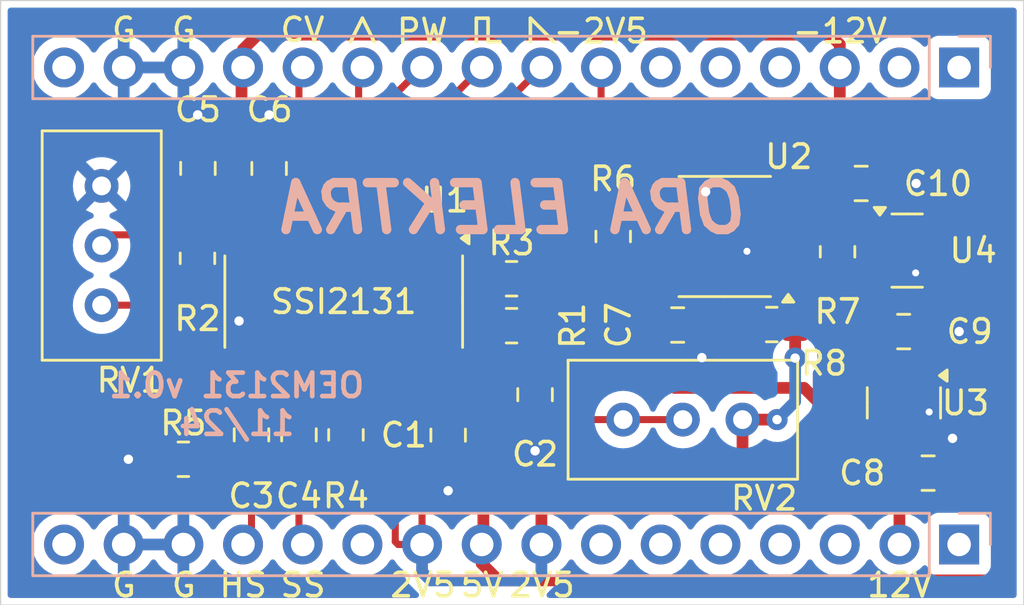
<source format=kicad_pcb>
(kicad_pcb (version 20240108) (generator "pcbnew") (generator_version "8.0")
  (layers (0 "F.Cu" signal) (31 "B.Cu" power) (34 "B.Paste" user) (35 "F.Paste" user) (36 "B.SilkS" user "B.Silkscreen") (37 "F.SilkS" user "F.Silkscreen") (38 "B.Mask" user) (39 "F.Mask" user) (44 "Edge.Cuts" user))
  (net 0 "")
  (net 1 "+5V")
  (net 2 "GND")
  (net 3 "Net-(C2-Pad2)")
  (net 4 "/HARD_SYNC")
  (net 5 "Net-(U1-HARD_SYNC)")
  (net 6 "/SOFT_SYNC")
  (net 7 "Net-(U1-SOFT_SYNC)")
  (net 8 "Net-(U1-TCAP)")
  (net 9 "-12V")
  (net 10 "+12V")
  (net 11 "Net-(U1-BW_COMP)")
  (net 12 "/EXPO_FREQ")
  (net 13 "Net-(R2-Pad2)")
  (net 14 "Net-(U1-EXPO_SCALE)")
  (net 15 "Net-(R3-Pad1)")
  (net 16 "+2V5")
  (net 17 "Net-(U1-LIN_FREQ)")
  (net 18 "-2V5")
  (net 19 "Net-(U2B--)")
  (net 20 "Net-(U2A-+)")
  (net 21 "Net-(U1-HF_TRACK)")
  (net 22 "/SAW_OUT")
  (net 23 "/PWM_CTRL")
  (net 24 "/PULSE_OUT")
  (net 25 "/TRI_OUT")
  (footprint "Capacitor_SMD:C_0805_2012Metric_Pad1.18x1.45mm_HandSolder" (layer "F.Cu") (at 124.13 86.3 90)
    (property "Reference" "C3" (at -2.6 0 180) (layer "F.SilkS") (effects (font (thickness 0.155))))
    (property "Value" "10n")
    (fp_line (start -0.261252 -0.735) (end 0.261252 -0.735) (stroke (width 0.12)) (layer "F.SilkS"))
    (fp_line (start -0.261252 0.735) (end 0.261252 0.735) (stroke (width 0.12)) (layer "F.SilkS"))
    (pad "1" smd roundrect (at -1.0375 0 90) (size 1.175 1.45) (layers "F.Cu" "F.Paste" "F.Mask") (roundrect_rratio 0.212766) (net 4 "/HARD_SYNC"))
    (pad "2" smd roundrect (at 1.0375 0 90) (size 1.175 1.45) (layers "F.Cu" "F.Paste" "F.Mask") (roundrect_rratio 0.212766) (net 5 "Net-(U1-HARD_SYNC)"))
  )
  (footprint "Resistor_SMD:R_0805_2012Metric_Pad1.20x1.40mm_HandSolder" (layer "F.Cu") (at 135.2 79.65 180)
    (property "Reference" "R3" (at 0 1.525 0) (layer "F.SilkS") (effects (font (thickness 0.155))))
    (property "Value" "22k1")
    (fp_line (start -0.227064 0.735) (end 0.227064 0.735) (stroke (width 0.12)) (layer "F.SilkS"))
    (fp_line (start -0.227064 -0.735) (end 0.227064 -0.735) (stroke (width 0.12)) (layer "F.SilkS"))
    (pad "1" smd roundrect (at -1 0 180) (size 1.2 1.4) (layers "F.Cu" "F.Paste" "F.Mask") (roundrect_rratio 0.208333) (net 15 "Net-(R3-Pad1)"))
    (pad "2" smd roundrect (at 1 0 180) (size 1.2 1.4) (layers "F.Cu" "F.Paste" "F.Mask") (roundrect_rratio 0.208333) (net 14 "Net-(U1-EXPO_SCALE)"))
  )
  (footprint "Capacitor_SMD:C_0805_2012Metric_Pad1.18x1.45mm_HandSolder" (layer "F.Cu") (at 150.08 75.59)
    (property "Reference" "C10" (at 3.27 0.01 0) (layer "F.SilkS") (effects (font (thickness 0.155))))
    (property "Value" "100n")
    (fp_line (start -0.261252 -0.735) (end 0.261252 -0.735) (stroke (width 0.12)) (layer "F.SilkS"))
    (fp_line (start -0.261252 0.735) (end 0.261252 0.735) (stroke (width 0.12)) (layer "F.SilkS"))
    (pad "1" smd roundrect (at -1.0375 0) (size 1.175 1.45) (layers "F.Cu" "F.Paste" "F.Mask") (roundrect_rratio 0.212766) (net 9 "-12V"))
    (pad "2" smd roundrect (at 1.0375 0) (size 1.175 1.45) (layers "F.Cu" "F.Paste" "F.Mask") (roundrect_rratio 0.212766) (net 2 "GND"))
  )
  (footprint "Resistor_SMD:R_0805_2012Metric_Pad1.20x1.40mm_HandSolder" (layer "F.Cu") (at 121.23 87.34 180)
    (property "Reference" "R5" (at 0 1.54 0) (layer "F.SilkS") (effects (font (thickness 0.155))))
    (property "Value" "10k")
    (fp_line (start -0.227064 0.735) (end 0.227064 0.735) (stroke (width 0.12)) (layer "F.SilkS"))
    (fp_line (start -0.227064 -0.735) (end 0.227064 -0.735) (stroke (width 0.12)) (layer "F.SilkS"))
    (pad "1" smd roundrect (at -1 0 180) (size 1.2 1.4) (layers "F.Cu" "F.Paste" "F.Mask") (roundrect_rratio 0.208333) (net 4 "/HARD_SYNC"))
    (pad "2" smd roundrect (at 1 0 180) (size 1.2 1.4) (layers "F.Cu" "F.Paste" "F.Mask") (roundrect_rratio 0.208333) (net 2 "GND"))
  )
  (footprint "Capacitor_SMD:C_0805_2012Metric_Pad1.18x1.45mm_HandSolder" (layer "F.Cu") (at 151.89 81.9)
    (property "Reference" "C9" (at 2.81 0 180) (layer "F.SilkS") (effects (font (thickness 0.155))))
    (property "Value" "10u")
    (fp_line (start -0.261252 -0.735) (end 0.261252 -0.735) (stroke (width 0.12)) (layer "F.SilkS"))
    (fp_line (start -0.261252 0.735) (end 0.261252 0.735) (stroke (width 0.12)) (layer "F.SilkS"))
    (pad "1" smd roundrect (at -1.0375 0) (size 1.175 1.45) (layers "F.Cu" "F.Paste" "F.Mask") (roundrect_rratio 0.212766) (net 1 "+5V"))
    (pad "2" smd roundrect (at 1.0375 0) (size 1.175 1.45) (layers "F.Cu" "F.Paste" "F.Mask") (roundrect_rratio 0.212766) (net 2 "GND"))
  )
  (footprint "Resistor_SMD:R_0805_2012Metric_Pad1.20x1.40mm_HandSolder" (layer "F.Cu") (at 121.83 78.78 90)
    (property "Reference" "R2" (at -2.57 0 180) (layer "F.SilkS") (effects (font (thickness 0.155))))
    (property "Value" "267k")
    (fp_line (start -0.227064 -0.735) (end 0.227064 -0.735) (stroke (width 0.12)) (layer "F.SilkS"))
    (fp_line (start -0.227064 0.735) (end 0.227064 0.735) (stroke (width 0.12)) (layer "F.SilkS"))
    (pad "1" smd roundrect (at -1 0 90) (size 1.2 1.4) (layers "F.Cu" "F.Paste" "F.Mask") (roundrect_rratio 0.208333) (net 12 "/EXPO_FREQ"))
    (pad "2" smd roundrect (at 1 0 90) (size 1.2 1.4) (layers "F.Cu" "F.Paste" "F.Mask") (roundrect_rratio 0.208333) (net 13 "Net-(R2-Pad2)"))
  )
  (footprint "Potentiometer_THT:Potentiometer_Bourns_3296W_Vertical" (layer "F.Cu") (at 145.03 85.65)
    (property "Reference" "RV2" (at 0.92 3.35 0) (layer "F.SilkS") (effects (font (thickness 0.155))))
    (property "Value" "5k")
    (fp_line (start -7.425 -2.53) (end -7.425 2.54) (stroke (width 0.12)) (layer "F.SilkS"))
    (fp_line (start -7.425 -2.53) (end 2.345 -2.53) (stroke (width 0.12)) (layer "F.SilkS"))
    (fp_line (start -7.425 2.54) (end 2.345 2.54) (stroke (width 0.12)) (layer "F.SilkS"))
    (fp_line (start 2.345 -2.53) (end 2.345 2.54) (stroke (width 0.12)) (layer "F.SilkS"))
    (pad "1" thru_hole circle (at 0 0) (size 1.44 1.44) (drill 0.8) (layers "*.Cu" "*.Mask") (net 16 "+2V5"))
    (pad "2" thru_hole circle (at -2.54 0) (size 1.44 1.44) (drill 0.8) (layers "*.Cu" "*.Mask") (net 15 "Net-(R3-Pad1)"))
    (pad "3" thru_hole circle (at -5.08 0) (size 1.44 1.44) (drill 0.8) (layers "*.Cu" "*.Mask") (net 15 "Net-(R3-Pad1)"))
  )
  (footprint "Resistor_SMD:R_0805_2012Metric_Pad1.20x1.40mm_HandSolder" (layer "F.Cu") (at 128.15 86.3 90)
    (property "Reference" "R4" (at -2.6 0 180) (layer "F.SilkS") (effects (font (thickness 0.155))))
    (property "Value" "499k")
    (fp_line (start -0.227064 -0.735) (end 0.227064 -0.735) (stroke (width 0.12)) (layer "F.SilkS"))
    (fp_line (start -0.227064 0.735) (end 0.227064 0.735) (stroke (width 0.12)) (layer "F.SilkS"))
    (pad "1" smd roundrect (at -1 0 90) (size 1.2 1.4) (layers "F.Cu" "F.Paste" "F.Mask") (roundrect_rratio 0.208333) (net 16 "+2V5"))
    (pad "2" smd roundrect (at 1 0 90) (size 1.2 1.4) (layers "F.Cu" "F.Paste" "F.Mask") (roundrect_rratio 0.208333) (net 17 "Net-(U1-LIN_FREQ)"))
  )
  (footprint "Capacitor_SMD:C_0805_2012Metric_Pad1.18x1.45mm_HandSolder" (layer "F.Cu") (at 124.88 74.9525 -90)
    (property "Reference" "C6" (at -2.5025 -0.02 0) (layer "F.SilkS") (effects (font (thickness 0.155))))
    (property "Value" "100n")
    (fp_line (start -0.261252 0.735) (end 0.261252 0.735) (stroke (width 0.12)) (layer "F.SilkS"))
    (fp_line (start -0.261252 -0.735) (end 0.261252 -0.735) (stroke (width 0.12)) (layer "F.SilkS"))
    (pad "1" smd roundrect (at -1.0375 0 270) (size 1.175 1.45) (layers "F.Cu" "F.Paste" "F.Mask") (roundrect_rratio 0.212766) (net 2 "GND"))
    (pad "2" smd roundrect (at 1.0375 0 270) (size 1.175 1.45) (layers "F.Cu" "F.Paste" "F.Mask") (roundrect_rratio 0.212766) (net 9 "-12V"))
  )
  (footprint "Capacitor_SMD:C_0805_2012Metric_Pad1.18x1.45mm_HandSolder" (layer "F.Cu") (at 121.85 74.95 90)
    (property "Reference" "C5" (at 2.5 0 0) (layer "F.SilkS") (effects (font (thickness 0.155))))
    (property "Value" "3n9")
    (fp_line (start -0.261252 -0.735) (end 0.261252 -0.735) (stroke (width 0.12)) (layer "F.SilkS"))
    (fp_line (start -0.261252 0.735) (end 0.261252 0.735) (stroke (width 0.12)) (layer "F.SilkS"))
    (pad "1" smd roundrect (at -1.0375 0 90) (size 1.175 1.45) (layers "F.Cu" "F.Paste" "F.Mask") (roundrect_rratio 0.212766) (net 8 "Net-(U1-TCAP)"))
    (pad "2" smd roundrect (at 1.0375 0 90) (size 1.175 1.45) (layers "F.Cu" "F.Paste" "F.Mask") (roundrect_rratio 0.212766) (net 2 "GND"))
  )
  (footprint "Package_TO_SOT_SMD:SOT-23" (layer "F.Cu") (at 151.9 84.9375 -90)
    (property "Reference" "U3" (at 0.0025 -2.62 180) (layer "F.SilkS") (effects (font (thickness 0.155))))
    (property "Value" "ZXTR2105F")
    (fp_line (start 0 1.56) (end -0.65 1.56) (stroke (width 0.12)) (layer "F.SilkS"))
    (fp_line (start 0 1.56) (end 0.65 1.56) (stroke (width 0.12)) (layer "F.SilkS"))
    (fp_line (start 0 -1.56) (end -0.65 -1.56) (stroke (width 0.12)) (layer "F.SilkS"))
    (fp_line (start 0 -1.56) (end 0.65 -1.56) (stroke (width 0.12)) (layer "F.SilkS"))
    (fp_poly (pts (xy -1.1625 -1.51) (xy -1.4025 -1.84) (xy -0.9225 -1.84) (xy -1.1625 -1.51)) (stroke (width 0.12)) (fill solid) (layer "F.SilkS"))
    (pad "1" smd roundrect (at -0.9375 -0.95 270) (size 1.475 0.6) (layers "F.Cu" "F.Paste" "F.Mask") (net 2 "GND"))
    (pad "2" smd roundrect (at -0.9375 0.95 270) (size 1.475 0.6) (layers "F.Cu" "F.Paste" "F.Mask") (net 1 "+5V"))
    (pad "3" smd roundrect (at 0.9375 0 270) (size 1.475 0.6) (layers "F.Cu" "F.Paste" "F.Mask") (net 10 "+12V"))
  )
  (footprint "Capacitor_SMD:C_0805_2012Metric_Pad1.18x1.45mm_HandSolder" (layer "F.Cu") (at 132.5 86.3125 -90)
    (property "Reference" "C1" (at -0.0025 1.89 180) (layer "F.SilkS") (effects (font (thickness 0.155))))
    (property "Value" "100n")
    (fp_line (start -0.261252 0.735) (end 0.261252 0.735) (stroke (width 0.12)) (layer "F.SilkS"))
    (fp_line (start -0.261252 -0.735) (end 0.261252 -0.735) (stroke (width 0.12)) (layer "F.SilkS"))
    (pad "1" smd roundrect (at -1.0375 0 270) (size 1.175 1.45) (layers "F.Cu" "F.Paste" "F.Mask") (roundrect_rratio 0.212766) (net 1 "+5V"))
    (pad "2" smd roundrect (at 1.0375 0 270) (size 1.175 1.45) (layers "F.Cu" "F.Paste" "F.Mask") (roundrect_rratio 0.212766) (net 2 "GND"))
  )
  (footprint "Capacitor_SMD:C_0805_2012Metric_Pad1.18x1.45mm_HandSolder" (layer "F.Cu") (at 126.15 86.3 -90)
    (property "Reference" "C4" (at 2.6 0 180) (layer "F.SilkS") (effects (font (thickness 0.155))))
    (property "Value" "10n")
    (fp_line (start -0.261252 0.735) (end 0.261252 0.735) (stroke (width 0.12)) (layer "F.SilkS"))
    (fp_line (start -0.261252 -0.735) (end 0.261252 -0.735) (stroke (width 0.12)) (layer "F.SilkS"))
    (pad "1" smd roundrect (at -1.0375 0 270) (size 1.175 1.45) (layers "F.Cu" "F.Paste" "F.Mask") (roundrect_rratio 0.212766) (net 7 "Net-(U1-SOFT_SYNC)"))
    (pad "2" smd roundrect (at 1.0375 0 270) (size 1.175 1.45) (layers "F.Cu" "F.Paste" "F.Mask") (roundrect_rratio 0.212766) (net 6 "/SOFT_SYNC"))
  )
  (footprint "Resistor_SMD:R_0805_2012Metric_Pad1.20x1.40mm_HandSolder" (layer "F.Cu") (at 135.2 81.65 180)
    (property "Reference" "R1" (at -2.6 0 90) (layer "F.SilkS") (effects (font (thickness 0.155))))
    (property "Value" "267R")
    (fp_line (start -0.227064 0.735) (end 0.227064 0.735) (stroke (width 0.12)) (layer "F.SilkS"))
    (fp_line (start -0.227064 -0.735) (end 0.227064 -0.735) (stroke (width 0.12)) (layer "F.SilkS"))
    (pad "1" smd roundrect (at -1 0 180) (size 1.2 1.4) (layers "F.Cu" "F.Paste" "F.Mask") (roundrect_rratio 0.208333) (net 3 "Net-(C2-Pad2)"))
    (pad "2" smd roundrect (at 1 0 180) (size 1.2 1.4) (layers "F.Cu" "F.Paste" "F.Mask") (roundrect_rratio 0.208333) (net 11 "Net-(U1-BW_COMP)"))
  )
  (footprint "Resistor_SMD:R_0805_2012Metric_Pad1.20x1.40mm_HandSolder" (layer "F.Cu") (at 149.075 78.5 90)
    (property "Reference" "R7" (at -2.55 0 180) (layer "F.SilkS") (effects (font (thickness 0.155))))
    (property "Value" "267R")
    (fp_line (start -0.227064 -0.735) (end 0.227064 -0.735) (stroke (width 0.12)) (layer "F.SilkS"))
    (fp_line (start -0.227064 0.735) (end 0.227064 0.735) (stroke (width 0.12)) (layer "F.SilkS"))
    (pad "1" smd roundrect (at -1 0 90) (size 1.2 1.4) (layers "F.Cu" "F.Paste" "F.Mask") (roundrect_rratio 0.208333) (net 1 "+5V"))
    (pad "2" smd roundrect (at 1 0 90) (size 1.2 1.4) (layers "F.Cu" "F.Paste" "F.Mask") (roundrect_rratio 0.208333) (net 20 "Net-(U2A-+)"))
  )
  (footprint "Resistor_SMD:R_0805_2012Metric_Pad1.20x1.40mm_HandSolder" (layer "F.Cu") (at 139.525 77.85 -90)
    (property "Reference" "R6" (at -2.45 0 180) (layer "F.SilkS") (effects (font (thickness 0.155))))
    (property "Value" "10k")
    (fp_line (start -0.227064 0.735) (end 0.227064 0.735) (stroke (width 0.12)) (layer "F.SilkS"))
    (fp_line (start -0.227064 -0.735) (end 0.227064 -0.735) (stroke (width 0.12)) (layer "F.SilkS"))
    (pad "1" smd roundrect (at -1 0 270) (size 1.2 1.4) (layers "F.Cu" "F.Paste" "F.Mask") (roundrect_rratio 0.208333) (net 19 "Net-(U2B--)"))
    (pad "2" smd roundrect (at 1 0 270) (size 1.2 1.4) (layers "F.Cu" "F.Paste" "F.Mask") (roundrect_rratio 0.208333) (net 18 "-2V5"))
  )
  (footprint "Capacitor_SMD:C_0805_2012Metric_Pad1.18x1.45mm_HandSolder" (layer "F.Cu") (at 142.27 81.62)
    (property "Reference" "C7" (at -2.52 0.005 90) (layer "F.SilkS") (effects (font (thickness 0.155))))
    (property "Value" "100n")
    (fp_line (start -0.261252 -0.735) (end 0.261252 -0.735) (stroke (width 0.12)) (layer "F.SilkS"))
    (fp_line (start -0.261252 0.735) (end 0.261252 0.735) (stroke (width 0.12)) (layer "F.SilkS"))
    (pad "1" smd roundrect (at -1.0375 0) (size 1.175 1.45) (layers "F.Cu" "F.Paste" "F.Mask") (roundrect_rratio 0.212766) (net 10 "+12V"))
    (pad "2" smd roundrect (at 1.0375 0) (size 1.175 1.45) (layers "F.Cu" "F.Paste" "F.Mask") (roundrect_rratio 0.212766) (net 2 "GND"))
  )
  (footprint "Capacitor_SMD:C_0805_2012Metric_Pad1.18x1.45mm_HandSolder" (layer "F.Cu") (at 152.93 87.93)
    (property "Reference" "C8" (at -2.805 -0.005 180) (layer "F.SilkS") (effects (font (thickness 0.155))))
    (property "Value" "1u")
    (fp_line (start -0.261252 -0.735) (end 0.261252 -0.735) (stroke (width 0.12)) (layer "F.SilkS"))
    (fp_line (start -0.261252 0.735) (end 0.261252 0.735) (stroke (width 0.12)) (layer "F.SilkS"))
    (pad "1" smd roundrect (at -1.0375 0) (size 1.175 1.45) (layers "F.Cu" "F.Paste" "F.Mask") (roundrect_rratio 0.212766) (net 10 "+12V"))
    (pad "2" smd roundrect (at 1.0375 0) (size 1.175 1.45) (layers "F.Cu" "F.Paste" "F.Mask") (roundrect_rratio 0.212766) (net 2 "GND"))
  )
  (footprint "Capacitor_SMD:C_0805_2012Metric_Pad1.18x1.45mm_HandSolder" (layer "F.Cu") (at 136.2 84.5875 90)
    (property "Reference" "C2" (at -2.5375 0 180) (layer "F.SilkS") (effects (font (thickness 0.155))))
    (property "Value" "100n")
    (fp_line (start -0.261252 -0.735) (end 0.261252 -0.735) (stroke (width 0.12)) (layer "F.SilkS"))
    (fp_line (start -0.261252 0.735) (end 0.261252 0.735) (stroke (width 0.12)) (layer "F.SilkS"))
    (pad "1" smd roundrect (at -1.0375 0 90) (size 1.175 1.45) (layers "F.Cu" "F.Paste" "F.Mask") (roundrect_rratio 0.212766) (net 2 "GND"))
    (pad "2" smd roundrect (at 1.0375 0 90) (size 1.175 1.45) (layers "F.Cu" "F.Paste" "F.Mask") (roundrect_rratio 0.212766) (net 3 "Net-(C2-Pad2)"))
  )
  (footprint "Potentiometer_THT:Potentiometer_Bourns_3296W_Vertical" (layer "F.Cu") (at 117.75 75.695 90)
    (property "Reference" "RV1" (at -8.28 1.2 180) (layer "F.SilkS") (effects (font (thickness 0.155))))
    (property "Value" "5k")
    (fp_line (start 2.345 -2.53) (end 2.345 2.54) (stroke (width 0.12)) (layer "F.SilkS"))
    (fp_line (start -7.425 -2.53) (end 2.345 -2.53) (stroke (width 0.12)) (layer "F.SilkS"))
    (fp_line (start -7.425 -2.53) (end -7.425 2.54) (stroke (width 0.12)) (layer "F.SilkS"))
    (fp_line (start -7.425 2.54) (end 2.345 2.54) (stroke (width 0.12)) (layer "F.SilkS"))
    (pad "1" thru_hole circle (at 0 0 90) (size 1.44 1.44) (drill 0.8) (layers "*.Cu" "*.Mask") (net 2 "GND"))
    (pad "2" thru_hole circle (at -2.54 0 90) (size 1.44 1.44) (drill 0.8) (layers "*.Cu" "*.Mask") (net 13 "Net-(R2-Pad2)"))
    (pad "3" thru_hole circle (at -5.08 0 90) (size 1.44 1.44) (drill 0.8) (layers "*.Cu" "*.Mask") (net 21 "Net-(U1-HF_TRACK)"))
  )
  (footprint "Package_TO_SOT_SMD:SOT-23" (layer "F.Cu") (at 152.0375 78.45)
    (property "Reference" "U4" (at 2.8125 0 180) (layer "F.SilkS") (effects (font (thickness 0.155))))
    (property "Value" "LM4040C-2.5")
    (fp_line (start 0 -1.56) (end -0.65 -1.56) (stroke (width 0.12)) (layer "F.SilkS"))
    (fp_line (start 0 -1.56) (end 0.65 -1.56) (stroke (width 0.12)) (layer "F.SilkS"))
    (fp_line (start 0 1.56) (end -0.65 1.56) (stroke (width 0.12)) (layer "F.SilkS"))
    (fp_line (start 0 1.56) (end 0.65 1.56) (stroke (width 0.12)) (layer "F.SilkS"))
    (fp_poly (pts (xy -1.1625 -1.51) (xy -1.4025 -1.84) (xy -0.9225 -1.84) (xy -1.1625 -1.51)) (stroke (width 0.12)) (fill solid) (layer "F.SilkS"))
    (pad "1" smd roundrect (at -0.9375 -0.95) (size 1.475 0.6) (layers "F.Cu" "F.Paste" "F.Mask") (net 20 "Net-(U2A-+)"))
    (pad "2" smd roundrect (at -0.9375 0.95) (size 1.475 0.6) (layers "F.Cu" "F.Paste" "F.Mask") (net 2 "GND"))
    (pad "3" smd roundrect (at 0.9375 0) (size 1.475 0.6) (layers "F.Cu" "F.Paste" "F.Mask"))
  )
  (footprint "Package_SO:SOIC-8_3.9x4.9mm_P1.27mm" (layer "F.Cu") (at 144.275 77.85 180)
    (property "Reference" "U2" (at -2.725 3.4 180) (layer "F.SilkS") (effects (font (thickness 0.155))))
    (property "Value" "OPA2277")
    (fp_line (start 0 2.56) (end 1.95 2.56) (stroke (width 0.12)) (layer "F.SilkS"))
    (fp_line (start 0 2.56) (end -1.95 2.56) (stroke (width 0.12)) (layer "F.SilkS"))
    (fp_line (start 0 -2.56) (end 1.95 -2.56) (stroke (width 0.12)) (layer "F.SilkS"))
    (fp_line (start 0 -2.56) (end -1.95 -2.56) (stroke (width 0.12)) (layer "F.SilkS"))
    (fp_poly (pts (xy -2.7 -2.465) (xy -2.94 -2.795) (xy -2.46 -2.795) (xy -2.7 -2.465)) (stroke (width 0.12)) (fill solid) (layer "F.SilkS"))
    (pad "1" smd roundrect (at -2.475 -1.905 180) (size 1.95 0.6) (layers "F.Cu" "F.Paste" "F.Mask") (net 16 "+2V5"))
    (pad "2" smd roundrect (at -2.475 -0.635 180) (size 1.95 0.6) (layers "F.Cu" "F.Paste" "F.Mask") (net 2 "GND"))
    (pad "3" smd roundrect (at -2.475 0.635 180) (size 1.95 0.6) (layers "F.Cu" "F.Paste" "F.Mask") (net 20 "Net-(U2A-+)"))
    (pad "4" smd roundrect (at -2.475 1.905 180) (size 1.95 0.6) (layers "F.Cu" "F.Paste" "F.Mask") (net 9 "-12V"))
    (pad "5" smd roundrect (at 2.475 1.905 180) (size 1.95 0.6) (layers "F.Cu" "F.Paste" "F.Mask") (net 2 "GND"))
    (pad "6" smd roundrect (at 2.475 0.635 180) (size 1.95 0.6) (layers "F.Cu" "F.Paste" "F.Mask") (net 19 "Net-(U2B--)"))
    (pad "7" smd roundrect (at 2.475 -0.635 180) (size 1.95 0.6) (layers "F.Cu" "F.Paste" "F.Mask") (net 18 "-2V5"))
    (pad "8" smd roundrect (at 2.475 -1.905 180) (size 1.95 0.6) (layers "F.Cu" "F.Paste" "F.Mask") (net 10 "+12V"))
  )
  (footprint "Package_SO:SOIC-16_3.9x9.9mm_P1.27mm" (layer "F.Cu") (at 128.055 80.625 -90)
    (property "Reference" "U1" (at -4.325 -4.295 180) (layer "F.SilkS") (effects (font (thickness 0.153))))
    (property "Value" "SSI2131")
    (fp_line (start 0 5.06) (end -1.95 5.06) (stroke (width 0.12)) (layer "F.SilkS"))
    (fp_line (start 0 5.06) (end 1.95 5.06) (stroke (width 0.12)) (layer "F.SilkS"))
    (fp_line (start 0 -5.06) (end -1.95 -5.06) (stroke (width 0.12)) (layer "F.SilkS"))
    (fp_line (start 0 -5.06) (end 1.95 -5.06) (stroke (width 0.12)) (layer "F.SilkS"))
    (fp_poly (pts (xy -2.7 -5.005) (xy -2.94 -5.335) (xy -2.46 -5.335) (xy -2.7 -5.005)) (stroke (width 0.12)) (fill solid) (layer "F.SilkS"))
    (pad "1" smd roundrect (at -2.475 -4.445 270) (size 1.95 0.6) (layers "F.Cu" "F.Paste" "F.Mask") (net 22 "/SAW_OUT"))
    (pad "2" smd roundrect (at -2.475 -3.175 270) (size 1.95 0.6) (layers "F.Cu" "F.Paste" "F.Mask") (net 24 "/PULSE_OUT"))
    (pad "3" smd roundrect (at -2.475 -1.905 270) (size 1.95 0.6) (layers "F.Cu" "F.Paste" "F.Mask") (net 23 "/PWM_CTRL"))
    (pad "4" smd roundrect (at -2.475 -0.635 270) (size 1.95 0.6) (layers "F.Cu" "F.Paste" "F.Mask") (net 25 "/TRI_OUT"))
    (pad "5" smd roundrect (at -2.475 0.635 270) (size 1.95 0.6) (layers "F.Cu" "F.Paste" "F.Mask") (net 21 "Net-(U1-HF_TRACK)"))
    (pad "6" smd roundrect (at -2.475 1.905 270) (size 1.95 0.6) (layers "F.Cu" "F.Paste" "F.Mask") (net 12 "/EXPO_FREQ"))
    (pad "7" smd roundrect (at -2.475 3.175 270) (size 1.95 0.6) (layers "F.Cu" "F.Paste" "F.Mask") (net 9 "-12V"))
    (pad "8" smd roundrect (at -2.475 4.445 270) (size 1.95 0.6) (layers "F.Cu" "F.Paste" "F.Mask") (net 8 "Net-(U1-TCAP)"))
    (pad "9" smd roundrect (at 2.475 4.445 270) (size 1.95 0.6) (layers "F.Cu" "F.Paste" "F.Mask") (net 2 "GND"))
    (pad "10" smd roundrect (at 2.475 3.175 270) (size 1.95 0.6) (layers "F.Cu" "F.Paste" "F.Mask") (net 5 "Net-(U1-HARD_SYNC)"))
    (pad "11" smd roundrect (at 2.475 1.905 270) (size 1.95 0.6) (layers "F.Cu" "F.Paste" "F.Mask") (net 7 "Net-(U1-SOFT_SYNC)"))
    (pad "12" smd roundrect (at 2.475 0.635 270) (size 1.95 0.6) (layers "F.Cu" "F.Paste" "F.Mask") (net 17 "Net-(U1-LIN_FREQ)"))
    (pad "13" smd roundrect (at 2.475 -0.635 270) (size 1.95 0.6) (layers "F.Cu" "F.Paste" "F.Mask") (net 14 "Net-(U1-EXPO_SCALE)"))
    (pad "14" smd roundrect (at 2.475 -1.905 270) (size 1.95 0.6) (layers "F.Cu" "F.Paste" "F.Mask") (net 16 "+2V5"))
    (pad "15" smd roundrect (at 2.475 -3.175 270) (size 1.95 0.6) (layers "F.Cu" "F.Paste" "F.Mask") (net 11 "Net-(U1-BW_COMP)"))
    (pad "16" smd roundrect (at 2.475 -4.445 270) (size 1.95 0.6) (layers "F.Cu" "F.Paste" "F.Mask") (net 1 "+5V"))
  )
  (footprint "Resistor_SMD:R_0805_2012Metric_Pad1.20x1.40mm_HandSolder" (layer "F.Cu") (at 146.275 81.6 180)
    (property "Reference" "R8" (at -2.225 -1.65 180) (layer "F.SilkS") (effects (font (thickness 0.155))))
    (property "Value" "10k")
    (fp_line (start -0.227064 0.735) (end 0.227064 0.735) (stroke (width 0.12)) (layer "F.SilkS"))
    (fp_line (start -0.227064 -0.735) (end 0.227064 -0.735) (stroke (width 0.12)) (layer "F.SilkS"))
    (pad "1" smd roundrect (at -1 0 180) (size 1.2 1.4) (layers "F.Cu" "F.Paste" "F.Mask") (roundrect_rratio 0.208333) (net 16 "+2V5"))
    (pad "2" smd roundrect (at 1 0 180) (size 1.2 1.4) (layers "F.Cu" "F.Paste" "F.Mask") (roundrect_rratio 0.208333) (net 19 "Net-(U2B--)"))
  )
  (footprint "Connector_PinSocket_2.54mm:PinSocket_1x16_P2.54mm_Vertical" (layer "B.Cu") (at 154.25 70.65 90)
    (property "Reference" "J1" (hide yes))
    (property "Value" "Conn_01x16_Socket")
    (fp_line (start 1.33 -39.43) (end -1.33 -39.43) (stroke (width 0.12)) (layer "B.SilkS"))
    (fp_line (start 1.33 -39.43) (end 1.33 -1.27) (stroke (width 0.12)) (layer "B.SilkS"))
    (fp_line (start -1.33 -39.43) (end -1.33 -1.27) (stroke (width 0.12)) (layer "B.SilkS"))
    (fp_line (start 1.33 -1.27) (end -1.33 -1.27) (stroke (width 0.12)) (layer "B.SilkS"))
    (fp_line (start 1.33 0) (end 1.33 1.33) (stroke (width 0.12)) (layer "B.SilkS"))
    (fp_line (start 1.33 1.33) (end 0 1.33) (stroke (width 0.12)) (layer "B.SilkS"))
    (pad "1" thru_hole rect (at 0 0 90) (size 1.7 1.7) (drill 1) (layers "*.Cu" "*.Mask"))
    (pad "2" thru_hole oval (at 0 -2.54 90) (size 1.7 1.7) (drill 1) (layers "*.Cu" "*.Mask"))
    (pad "3" thru_hole oval (at 0 -5.08 90) (size 1.7 1.7) (drill 1) (layers "*.Cu" "*.Mask") (net 9 "-12V"))
    (pad "4" thru_hole oval (at 0 -7.62 90) (size 1.7 1.7) (drill 1) (layers "*.Cu" "*.Mask"))
    (pad "5" thru_hole oval (at 0 -10.16 90) (size 1.7 1.7) (drill 1) (layers "*.Cu" "*.Mask"))
    (pad "6" thru_hole oval (at 0 -12.7 90) (size 1.7 1.7) (drill 1) (layers "*.Cu" "*.Mask"))
    (pad "7" thru_hole oval (at 0 -15.24 90) (size 1.7 1.7) (drill 1) (layers "*.Cu" "*.Mask") (net 18 "-2V5"))
    (pad "8" thru_hole oval (at 0 -17.78 90) (size 1.7 1.7) (drill 1) (layers "*.Cu" "*.Mask") (net 22 "/SAW_OUT"))
    (pad "9" thru_hole oval (at 0 -20.32 90) (size 1.7 1.7) (drill 1) (layers "*.Cu" "*.Mask") (net 24 "/PULSE_OUT"))
    (pad "10" thru_hole oval (at 0 -22.86 90) (size 1.7 1.7) (drill 1) (layers "*.Cu" "*.Mask") (net 23 "/PWM_CTRL"))
    (pad "11" thru_hole oval (at 0 -25.4 90) (size 1.7 1.7) (drill 1) (layers "*.Cu" "*.Mask") (net 25 "/TRI_OUT"))
    (pad "12" thru_hole oval (at 0 -27.94 90) (size 1.7 1.7) (drill 1) (layers "*.Cu" "*.Mask") (net 12 "/EXPO_FREQ"))
    (pad "13" thru_hole oval (at 0 -30.48 90) (size 1.7 1.7) (drill 1) (layers "*.Cu" "*.Mask") (net 9 "-12V"))
    (pad "14" thru_hole oval (at 0 -33.02 90) (size 1.7 1.7) (drill 1) (layers "*.Cu" "*.Mask") (net 2 "GND"))
    (pad "15" thru_hole oval (at 0 -35.56 90) (size 1.7 1.7) (drill 1) (layers "*.Cu" "*.Mask") (net 2 "GND"))
    (pad "16" thru_hole oval (at 0 -38.1 90) (size 1.7 1.7) (drill 1) (layers "*.Cu" "*.Mask"))
  )
  (footprint "Connector_PinSocket_2.54mm:PinSocket_1x16_P2.54mm_Vertical" (layer "B.Cu") (at 154.25 90.97 90)
    (property "Reference" "J2" (hide yes))
    (property "Value" "Conn_01x16_Socket")
    (fp_line (start 1.33 -39.43) (end -1.33 -39.43) (stroke (width 0.12)) (layer "B.SilkS"))
    (fp_line (start 1.33 -39.43) (end 1.33 -1.27) (stroke (width 0.12)) (layer "B.SilkS"))
    (fp_line (start -1.33 -39.43) (end -1.33 -1.27) (stroke (width 0.12)) (layer "B.SilkS"))
    (fp_line (start 1.33 -1.27) (end -1.33 -1.27) (stroke (width 0.12)) (layer "B.SilkS"))
    (fp_line (start 1.33 0) (end 1.33 1.33) (stroke (width 0.12)) (layer "B.SilkS"))
    (fp_line (start 1.33 1.33) (end 0 1.33) (stroke (width 0.12)) (layer "B.SilkS"))
    (pad "1" thru_hole rect (at 0 0 90) (size 1.7 1.7) (drill 1) (layers "*.Cu" "*.Mask"))
    (pad "2" thru_hole oval (at 0 -2.54 90) (size 1.7 1.7) (drill 1) (layers "*.Cu" "*.Mask") (net 10 "+12V"))
    (pad "3" thru_hole oval (at 0 -5.08 90) (size 1.7 1.7) (drill 1) (layers "*.Cu" "*.Mask"))
    (pad "4" thru_hole oval (at 0 -7.62 90) (size 1.7 1.7) (drill 1) (layers "*.Cu" "*.Mask"))
    (pad "5" thru_hole oval (at 0 -10.16 90) (size 1.7 1.7) (drill 1) (layers "*.Cu" "*.Mask"))
    (pad "6" thru_hole oval (at 0 -12.7 90) (size 1.7 1.7) (drill 1) (layers "*.Cu" "*.Mask"))
    (pad "7" thru_hole oval (at 0 -15.24 90) (size 1.7 1.7) (drill 1) (layers "*.Cu" "*.Mask"))
    (pad "8" thru_hole oval (at 0 -17.78 90) (size 1.7 1.7) (drill 1) (layers "*.Cu" "*.Mask") (net 16 "+2V5"))
    (pad "9" thru_hole oval (at 0 -20.32 90) (size 1.7 1.7) (drill 1) (layers "*.Cu" "*.Mask") (net 1 "+5V"))
    (pad "10" thru_hole oval (at 0 -22.86 90) (size 1.7 1.7) (drill 1) (layers "*.Cu" "*.Mask") (net 16 "+2V5"))
    (pad "11" thru_hole oval (at 0 -25.4 90) (size 1.7 1.7) (drill 1) (layers "*.Cu" "*.Mask"))
    (pad "12" thru_hole oval (at 0 -27.94 90) (size 1.7 1.7) (drill 1) (layers "*.Cu" "*.Mask") (net 6 "/SOFT_SYNC"))
    (pad "13" thru_hole oval (at 0 -30.48 90) (size 1.7 1.7) (drill 1) (layers "*.Cu" "*.Mask") (net 4 "/HARD_SYNC"))
    (pad "14" thru_hole oval (at 0 -33.02 90) (size 1.7 1.7) (drill 1) (layers "*.Cu" "*.Mask") (net 2 "GND"))
    (pad "15" thru_hole oval (at 0 -35.56 90) (size 1.7 1.7) (drill 1) (layers "*.Cu" "*.Mask") (net 2 "GND"))
    (pad "16" thru_hole oval (at 0 -38.1 90) (size 1.7 1.7) (drill 1) (layers "*.Cu" "*.Mask"))
  )
  (gr_line (start 134.2 69.55) (end 134.7 69.55) (stroke (width 0.155)) (layer "F.SilkS"))
  (gr_line (start 128.85 68.55) (end 129.35 69.55) (stroke (width 0.155)) (layer "F.SilkS"))
  (gr_line (start 136 68.55) (end 137 69.55) (stroke (width 0.155)) (layer "F.SilkS"))
  (gr_line (start 133.7 68.55) (end 134.2 68.55) (stroke (width 0.155)) (layer "F.SilkS"))
  (gr_line (start 128.35 69.55) (end 128.85 68.55) (stroke (width 0.155)) (layer "F.SilkS"))
  (gr_line (start 134.2 68.55) (end 134.2 69.55) (stroke (width 0.155)) (layer "F.SilkS"))
  (gr_line (start 136 69.55) (end 136 68.55) (stroke (width 0.155)) (layer "F.SilkS"))
  (gr_line (start 133.7 69.55) (end 133.7 68.55) (stroke (width 0.155)) (layer "F.SilkS"))
  (gr_poly (pts (xy 113.45 93.55) (xy 157 93.55) (xy 157 67.8) (xy 113.45 67.8)) (stroke (width 0.05)) (fill none) (layer "Edge.Cuts"))
  (gr_text "ORA ELEKTRA" (at 135.3 76.65 0) (layer "B.SilkS") (effects (font (size 2 2) (thickness 0.4) (bold yes) (italic yes)) (justify mirror)))
  (gr_text "OEM2131 v0.1\n11/24" (at 123.5 85 0) (layer "B.SilkS") (effects (font (size 1 1) (thickness 0.2) (bold yes)) (justify mirror)))
  (gr_text "G" (at 118.7 69.05 0) (layer "F.SilkS") (effects (font (size 1 1) (thickness 0.155))))
  (gr_text "SS" (at 126.325 92.7 0) (layer "F.SilkS") (effects (font (size 1 1) (thickness 0.155))))
  (gr_text "-12V\n" (at 149.175 69.1 0) (layer "F.SilkS") (effects (font (size 1 1) (thickness 0.155))))
  (gr_text "CV" (at 126.3 69.05 0) (layer "F.SilkS") (effects (font (size 1 1) (thickness 0.155))))
  (gr_text "2V5" (at 136.5 92.7 0) (layer "F.SilkS") (effects (font (size 1 1) (thickness 0.155))))
  (gr_text "G" (at 121.25 69.05 0) (layer "F.SilkS") (effects (font (size 1 1) (thickness 0.155))))
  (gr_text "PW" (at 131.4 69.1 0) (layer "F.SilkS") (effects (font (size 1 1) (thickness 0.155))))
  (gr_text "2V5" (at 131.425 92.7 0) (layer "F.SilkS") (effects (font (size 1 1) (thickness 0.155))))
  (gr_text "12V" (at 151.725 92.7 0) (layer "F.SilkS") (effects (font (size 1 1) (thickness 0.155))))
  (gr_text "5V" (at 133.95 92.7 0) (layer "F.SilkS") (effects (font (size 1 1) (thickness 0.155))))
  (gr_text "-2V5" (at 139 69.1 0) (layer "F.SilkS") (effects (font (size 1 1) (thickness 0.155))))
  (gr_text "HS" (at 123.775 92.7 0) (layer "F.SilkS") (effects (font (size 1 1) (thickness 0.155))))
  (gr_text "SSI2131" (at 128.055 80.625 0) (layer "F.SilkS") (effects (font (size 1 1) (thickness 0.155))))
  (gr_text "G" (at 121.25 92.7 0) (layer "F.SilkS") (effects (font (size 1 1) (thickness 0.155))))
  (gr_text "G" (at 118.7 92.7 0) (layer "F.SilkS") (effects (font (size 1 1) (thickness 0.155))))
  (segment (start 156 81.44) (end 155.5 80.94) (width 0.5) (layer "F.Cu") (net 1))
  (segment (start 155.6 92.5) (end 156 92.1) (width 0.5) (layer "F.Cu") (net 1))
  (segment (start 133.93 90.97) (end 133.93 91.78) (width 0.5) (layer "F.Cu") (net 1))
  (segment (start 150.95 81.9975) (end 150.8525 81.9) (width 0.5) (layer "F.Cu") (net 1))
  (segment (start 149.9 81.9) (end 149.075 81.075) (width 0.5) (layer "F.Cu") (net 1))
  (segment (start 150.8525 81.9) (end 149.9 81.9) (width 0.5) (layer "F.Cu") (net 1))
  (segment (start 134 85.675) (end 134 90.9) (width 0.5) (layer "F.Cu") (net 1))
  (segment (start 155.49 80.94) (end 155.15 80.6) (width 0.5) (layer "F.Cu") (net 1))
  (segment (start 155.15 80.6) (end 151.2 80.6) (width 0.5) (layer "F.Cu") (net 1))
  (segment (start 133.6 85.275) (end 134 85.675) (width 0.5) (layer "F.Cu") (net 1))
  (segment (start 132.5 85.275) (end 133.6 85.275) (width 0.5) (layer "F.Cu") (net 1))
  (segment (start 151.2 80.6) (end 150.8525 80.9475) (width 0.5) (layer "F.Cu") (net 1))
  (segment (start 149.075 81.075) (end 149.075 79.5) (width 0.5) (layer "F.Cu") (net 1))
  (segment (start 155.5 80.94) (end 155.49 80.94) (width 0.5) (layer "F.Cu") (net 1))
  (segment (start 133.93 91.78) (end 134.65 92.5) (width 0.5) (layer "F.Cu") (net 1))
  (segment (start 150.8525 80.9475) (end 150.8525 81.9) (width 0.5) (layer "F.Cu") (net 1))
  (segment (start 156 92.1) (end 156 81.44) (width 0.5) (layer "F.Cu") (net 1))
  (segment (start 150.95 84) (end 150.95 81.9975) (width 0.5) (layer "F.Cu") (net 1))
  (segment (start 134.65 92.5) (end 155.6 92.5) (width 0.5) (layer "F.Cu") (net 1))
  (segment (start 132.5 83.1) (end 132.5 85.275) (width 0.5) (layer "F.Cu") (net 1))
  (segment (start 134 90.9) (end 133.93 90.97) (width 0.5) (layer "F.Cu") (net 1))
  (segment (start 152.85 85.2) (end 152.975 85.325) (width 0.5) (layer "F.Cu") (net 2))
  (segment (start 143.3075 81.62) (end 143.3075 83.0025) (width 0.5) (layer "F.Cu") (net 2))
  (segment (start 152.85 84) (end 152.85 85.2) (width 0.5) (layer "F.Cu") (net 2))
  (segment (start 152.9275 81.9) (end 154.25 81.9) (width 0.5) (layer "F.Cu") (net 2))
  (segment (start 153.97 86.45) (end 153.97 87.9275) (width 0.5) (layer "F.Cu") (net 2))
  (segment (start 141.8 75.945) (end 143.455 75.945) (width 0.5) (layer "F.Cu") (net 2))
  (segment (start 121.84 72.67) (end 121.84 73.9025) (width 0.5) (layer "F.Cu") (net 2))
  (segment (start 146.745 78.48) (end 146.75 78.485) (width 0.5) (layer "F.Cu") (net 2))
  (segment (start 132.5 87.35) (end 132.5 88.68) (width 0.5) (layer "F.Cu") (net 2))
  (segment (start 145.22 78.48) (end 146.745 78.48) (width 0.5) (layer "F.Cu") (net 2))
  (segment (start 143.3075 83.0025) (end 143.3 83.01) (width 0.5) (layer "F.Cu") (net 2))
  (segment (start 153.97 87.9275) (end 153.9675 87.93) (width 0.5) (layer "F.Cu") (net 2))
  (segment (start 151.1 79.4) (end 152.4 79.4) (width 0.5) (layer "F.Cu") (net 2))
  (segment (start 136.2 85.625) (end 136.2 86.98) (width 0.5) (layer "F.Cu") (net 2))
  (segment (start 118.89 87.34) (end 120.23 87.34) (width 0.5) (layer "F.Cu") (net 2))
  (segment (start 123.6 83.09) (end 123.61 83.1) (width 0.5) (layer "F.Cu") (net 2))
  (segment (start 143.3075 83.0725) (end 143.3 83.08) (width 0.5) (layer "F.Cu") (net 2))
  (segment (start 121.84 73.9025) (end 121.85 73.9125) (width 0.5) (layer "F.Cu") (net 2))
  (segment (start 123.6 81.45) (end 123.6 83.09) (width 0.5) (layer "F.Cu") (net 2))
  (segment (start 143.455 75.945) (end 143.46 75.94) (width 0.5) (layer "F.Cu") (net 2))
  (segment (start 124.88 72.67) (end 124.88 73.915) (width 0.5) (layer "F.Cu") (net 2))
  (segment (start 151.1175 75.59) (end 152.42 75.59) (width 0.5) (layer "F.Cu") (net 2))
  (via (at 124.88 72.67) (size 0.9) (drill 0.4) (layers "F.Cu" "B.Cu") (net 2))
  (via (at 118.89 87.34) (size 0.9) (drill 0.4) (layers "F.Cu" "B.Cu") (net 2))
  (via (at 136.2 86.98) (size 0.9) (drill 0.4) (layers "F.Cu" "B.Cu") (net 2))
  (via (at 123.6 81.45) (size 0.9) (drill 0.4) (layers "F.Cu" "B.Cu") (net 2))
  (via (at 152.4 79.4) (size 0.7) (drill 0.3) (layers "F.Cu" "B.Cu") (net 2))
  (via (at 121.84 72.67) (size 0.9) (drill 0.4) (layers "F.Cu" "B.Cu") (net 2))
  (via (at 145.22 78.48) (size 0.7) (drill 0.3) (layers "F.Cu" "B.Cu") (net 2))
  (via (at 143.3 83.01) (size 0.9) (drill 0.4) (layers "F.Cu" "B.Cu") (net 2))
  (via (at 154.25 81.9) (size 0.9) (drill 0.4) (layers "F.Cu" "B.Cu") (net 2))
  (via (at 152.975 85.325) (size 0.7) (drill 0.3) (layers "F.Cu" "B.Cu") (net 2))
  (via (at 152.42 75.59) (size 0.9) (drill 0.4) (layers "F.Cu" "B.Cu") (net 2))
  (via (at 132.5 88.68) (size 0.9) (drill 0.4) (layers "F.Cu" "B.Cu") (net 2))
  (via (at 143.46 75.94) (size 0.9) (drill 0.4) (layers "F.Cu" "B.Cu") (net 2))
  (via (at 153.97 86.45) (size 0.9) (drill 0.4) (layers "F.Cu" "B.Cu") (net 2))
  (segment (start 136.2 81.65) (end 136.2 83.55) (width 0.3) (layer "F.Cu") (net 3))
  (segment (start 124.1275 87.34) (end 124.13 87.3375) (width 0.3) (layer "F.Cu") (net 4))
  (segment (start 124.13 90.61) (end 123.77 90.97) (width 0.3) (layer "F.Cu") (net 4))
  (segment (start 124.13 87.3375) (end 124.13 90.61) (width 0.3) (layer "F.Cu") (net 4))
  (segment (start 122.23 87.34) (end 124.1275 87.34) (width 0.3) (layer "F.Cu") (net 4))
  (segment (start 124.88 84.5125) (end 124.88 83.1) (width 0.3) (layer "F.Cu") (net 5))
  (segment (start 124.13 85.2625) (end 124.88 84.5125) (width 0.3) (layer "F.Cu") (net 5))
  (segment (start 126.15 90.81) (end 126.31 90.97) (width 0.3) (layer "F.Cu") (net 6))
  (segment (start 126.15 87.3375) (end 126.15 90.81) (width 0.3) (layer "F.Cu") (net 6))
  (segment (start 126.15 85.2625) (end 126.15 83.1) (width 0.3) (layer "F.Cu") (net 7))
  (segment (start 123.61 78.15) (end 123.61 76.71) (width 0.3) (layer "F.Cu") (net 8))
  (segment (start 123.61 76.71) (end 122.8875 75.9875) (width 0.3) (layer "F.Cu") (net 8))
  (segment (start 122.8875 75.9875) (end 121.85 75.9875) (width 0.3) (layer "F.Cu") (net 8))
  (segment (start 123.705 75.305) (end 124.39 75.99) (width 0.5) (layer "F.Cu") (net 9))
  (segment (start 149.17 75.4625) (end 149.0425 75.59) (width 0.5) (layer "F.Cu") (net 9))
  (segment (start 149.17 69.67) (end 148.75 69.25) (width 0.5) (layer "F.Cu") (net 9))
  (segment (start 124.4 69.25) (end 123.77 69.88) (width 0.5) (layer "F.Cu") (net 9))
  (segment (start 146.75 75.945) (end 148.6875 75.945) (width 0.5) (layer "F.Cu") (net 9))
  (segment (start 124.39 75.99) (end 124.88 75.99) (width 0.5) (layer "F.Cu") (net 9))
  (segment (start 123.77 69.88) (end 123.77 70.65) (width 0.5) (layer "F.Cu") (net 9))
  (segment (start 149.17 70.65) (end 149.17 75.4625) (width 0.5) (layer "F.Cu") (net 9))
  (segment (start 148.6875 75.945) (end 149.0425 75.59) (width 0.5) (layer "F.Cu") (net 9))
  (segment (start 123.77 70.65) (end 123.705 70.715) (width 0.5) (layer "F.Cu") (net 9))
  (segment (start 149.17 70.65) (end 149.17 69.67) (width 0.5) (layer "F.Cu") (net 9))
  (segment (start 124.88 75.99) (end 124.88 78.15) (width 0.5) (layer "F.Cu") (net 9))
  (segment (start 123.705 70.715) (end 123.705 75.305) (width 0.5) (layer "F.Cu") (net 9))
  (segment (start 148.75 69.25) (end 124.4 69.25) (width 0.5) (layer "F.Cu") (net 9))
  (segment (start 141.2325 83.3825) (end 142.15 84.3) (width 0.5) (layer "F.Cu") (net 10))
  (segment (start 141.2325 81.62) (end 141.2325 83.3825) (width 0.5) (layer "F.Cu") (net 10))
  (segment (start 141.8 81.0525) (end 141.2325 81.62) (width 0.5) (layer "F.Cu") (net 10))
  (segment (start 148.25 87.15) (end 149.03 87.93) (width 0.5) (layer "F.Cu") (net 10))
  (segment (start 149.03 87.93) (end 151.8925 87.93) (width 0.5) (layer "F.Cu") (net 10))
  (segment (start 151.71 90.97) (end 151.71 88.1125) (width 0.5) (layer "F.Cu") (net 10))
  (segment (start 141.8 79.755) (end 141.8 81.0525) (width 0.5) (layer "F.Cu") (net 10))
  (segment (start 151.8925 87.93) (end 151.8925 85.8825) (width 0.5) (layer "F.Cu") (net 10))
  (segment (start 147.65 84.3) (end 148.25 84.9) (width 0.5) (layer "F.Cu") (net 10))
  (segment (start 148.25 84.9) (end 148.25 87.15) (width 0.5) (layer "F.Cu") (net 10))
  (segment (start 151.71 88.1125) (end 151.8925 87.93) (width 0.5) (layer "F.Cu") (net 10))
  (segment (start 151.8925 85.8825) (end 151.9 85.875) (width 0.5) (layer "F.Cu") (net 10))
  (segment (start 142.15 84.3) (end 147.65 84.3) (width 0.5) (layer "F.Cu") (net 10))
  (segment (start 131.705001 81.65) (end 131.23 82.125001) (width 0.3) (layer "F.Cu") (net 11))
  (segment (start 131.23 82.125001) (end 131.23 83.1) (width 0.3) (layer "F.Cu") (net 11))
  (segment (start 134.2 81.65) (end 131.705001 81.65) (width 0.3) (layer "F.Cu") (net 11))
  (segment (start 126.15 78.15) (end 126.15 70.81) (width 0.3) (layer "F.Cu") (net 12))
  (segment (start 125.494999 79.78) (end 121.83 79.78) (width 0.3) (layer "F.Cu") (net 12))
  (segment (start 126.15 70.81) (end 126.31 70.65) (width 0.3) (layer "F.Cu") (net 12))
  (segment (start 126.15 78.15) (end 126.15 79.124999) (width 0.3) (layer "F.Cu") (net 12))
  (segment (start 126.15 79.124999) (end 125.494999 79.78) (width 0.3) (layer "F.Cu") (net 12))
  (segment (start 118.205 77.78) (end 117.75 78.235) (width 0.3) (layer "F.Cu") (net 13))
  (segment (start 121.83 77.78) (end 118.205 77.78) (width 0.3) (layer "F.Cu") (net 13))
  (segment (start 134.2 80.5) (end 134.1 80.6) (width 0.3) (layer "F.Cu") (net 14))
  (segment (start 128.69 82.125001) (end 128.69 83.1) (width 0.3) (layer "F.Cu") (net 14))
  (segment (start 134.1 80.6) (end 130.215001 80.6) (width 0.3) (layer "F.Cu") (net 14))
  (segment (start 130.215001 80.6) (end 128.69 82.125001) (width 0.3) (layer "F.Cu") (net 14))
  (segment (start 134.2 79.65) (end 134.2 80.5) (width 0.3) (layer "F.Cu") (net 14))
  (segment (start 138.55 85.65) (end 139.95 85.65) (width 0.3) (layer "F.Cu") (net 15))
  (segment (start 137.75 84.85) (end 138.55 85.65) (width 0.3) (layer "F.Cu") (net 15))
  (segment (start 137.75 80.15) (end 137.75 84.85) (width 0.3) (layer "F.Cu") (net 15))
  (segment (start 137.25 79.65) (end 137.75 80.15) (width 0.3) (layer "F.Cu") (net 15))
  (segment (start 136.2 79.65) (end 137.25 79.65) (width 0.3) (layer "F.Cu") (net 15))
  (segment (start 142.49 85.65) (end 139.95 85.65) (width 0.3) (layer "F.Cu") (net 15))
  (segment (start 146.5 85.65) (end 145.03 85.65) (width 0.5) (layer "F.Cu") (net 16))
  (segment (start 129.7 89.15) (end 130.25 89.7) (width 0.3) (layer "F.Cu") (net 16))
  (segment (start 146.75 81.075) (end 147.275 81.6) (width 0.5) (layer "F.Cu") (net 16))
  (segment (start 147.27 83.03) (end 147.27 81.605) (width 0.5) (layer "F.Cu") (net 16))
  (segment (start 129.96 83.1) (end 129.96 86.36) (width 0.3) (layer "F.Cu") (net 16))
  (segment (start 130.25 90.85) (end 130.37 90.97) (width 0.3) (layer "F.Cu") (net 16))
  (segment (start 130.75 88.75) (end 131.39 89.39) (width 0.3) (layer "F.Cu") (net 16))
  (segment (start 136.47 90.97) (end 136.47 89.43) (width 0.5) (layer "F.Cu") (net 16))
  (segment (start 136.47 89.43) (end 137.25 88.65) (width 0.5) (layer "F.Cu") (net 16))
  (segment (start 147.27 81.605) (end 147.275 81.6) (width 0.5) (layer "F.Cu") (net 16))
  (segment (start 130.37 90.97) (end 131.39 90.97) (width 0.3) (layer "F.Cu") (net 16))
  (segment (start 130.25 89.7) (end 130.25 90.85) (width 0.3) (layer "F.Cu") (net 16))
  (segment (start 137.25 88.65) (end 143.75 88.65) (width 0.5) (layer "F.Cu") (net 16))
  (segment (start 143.75 88.65) (end 145.03 87.37) (width 0.5) (layer "F.Cu") (net 16))
  (segment (start 128.15 88.65) (end 128.65 89.15) (width 0.3) (layer "F.Cu") (net 16))
  (segment (start 128.65 89.15) (end 129.7 89.15) (width 0.3) (layer "F.Cu") (net 16))
  (segment (start 145.03 87.37) (end 145.03 85.65) (width 0.5) (layer "F.Cu") (net 16))
  (segment (start 128.15 87.3) (end 128.15 88.65) (width 0.3) (layer "F.Cu") (net 16))
  (segment (start 131.39 89.39) (end 131.39 90.97) (width 0.3) (layer "F.Cu") (net 16))
  (segment (start 146.75 79.755) (end 146.75 81.075) (width 0.5) (layer "F.Cu") (net 16))
  (segment (start 130.75 87.15) (end 130.75 88.75) (width 0.3) (layer "F.Cu") (net 16))
  (segment (start 129.96 86.36) (end 130.75 87.15) (width 0.3) (layer "F.Cu") (net 16))
  (via (at 147.27 83.03) (size 0.9) (drill 0.4) (layers "F.Cu" "B.Cu") (net 16))
  (via (at 146.5 85.65) (size 0.9) (drill 0.4) (layers "F.Cu" "B.Cu") (net 16))
  (segment (start 147.27 83.03) (end 147.27 84.88) (width 0.5) (layer "B.Cu") (net 16))
  (segment (start 136.47 92.23) (end 136.2 92.5) (width 0.5) (layer "B.Cu") (net 16))
  (segment (start 136.2 92.5) (end 131.75 92.5) (width 0.5) (layer "B.Cu") (net 16))
  (segment (start 136.47 90.97) (end 136.47 92.23) (width 0.5) (layer "B.Cu") (net 16))
  (segment (start 147.27 84.88) (end 146.5 85.65) (width 0.5) (layer "B.Cu") (net 16))
  (segment (start 131.39 92.14) (end 131.39 90.97) (width 0.5) (layer "B.Cu") (net 16))
  (segment (start 131.75 92.5) (end 131.39 92.14) (width 0.5) (layer "B.Cu") (net 16))
  (segment (start 128.15 85.225) (end 128.15 85.3) (width 0.3) (layer "F.Cu") (net 17))
  (segment (start 128.15 85.3) (end 127.42 84.57) (width 0.3) (layer "F.Cu") (net 17))
  (segment (start 127.42 84.57) (end 127.42 83.1) (width 0.3) (layer "F.Cu") (net 17))
  (segment (start 141.8 78.485) (end 139.89 78.485) (width 0.3) (layer "F.Cu") (net 18))
  (segment (start 139.89 78.485) (end 139.525 78.85) (width 0.3) (layer "F.Cu") (net 18))
  (segment (start 138.25 78.65) (end 138.25 73.65) (width 0.3) (layer "F.Cu") (net 18))
  (segment (start 138.25 73.65) (end 139 72.9) (width 0.3) (layer "F.Cu") (net 18))
  (segment (start 139.525 78.85) (end 138.45 78.85) (width 0.3) (layer "F.Cu") (net 18))
  (segment (start 139.01 72.24) (end 139.01 70.65) (width 0.3) (layer "F.Cu") (net 18))
  (segment (start 139 72.25) (end 139.01 72.24) (width 0.3) (layer "F.Cu") (net 18))
  (segment (start 139 72.9) (end 139 72.25) (width 0.3) (layer "F.Cu") (net 18))
  (segment (start 138.45 78.85) (end 138.25 78.65) (width 0.3) (layer "F.Cu") (net 18))
  (segment (start 145.275 80.175) (end 145.275 81.6) (width 0.3) (layer "F.Cu") (net 19))
  (segment (start 143.44 77.215) (end 144.25 78.025) (width 0.3) (layer "F.Cu") (net 19))
  (segment (start 139.89 77.215) (end 139.525 76.85) (width 0.3) (layer "F.Cu") (net 19))
  (segment (start 141.8 77.215) (end 139.89 77.215) (width 0.3) (layer "F.Cu") (net 19))
  (segment (start 141.8 77.215) (end 143.44 77.215) (width 0.3) (layer "F.Cu") (net 19))
  (segment (start 144.25 79.15) (end 145.275 80.175) (width 0.3) (layer "F.Cu") (net 19))
  (segment (start 144.25 78.025) (end 144.25 79.15) (width 0.3) (layer "F.Cu") (net 19))
  (segment (start 148.79 77.215) (end 149.075 77.5) (width 0.3) (layer "F.Cu") (net 20))
  (segment (start 146.75 77.215) (end 148.79 77.215) (width 0.3) (layer "F.Cu") (net 20))
  (segment (start 151.1 77.5) (end 149.075 77.5) (width 0.3) (layer "F.Cu") (net 20))
  (segment (start 126.144999 80.4) (end 127.42 79.124999) (width 0.3) (layer "F.Cu") (net 21))
  (segment (start 122.875 80.775) (end 123.25 80.4) (width 0.3) (layer "F.Cu") (net 21))
  (segment (start 117.75 80.775) (end 122.875 80.775) (width 0.3) (layer "F.Cu") (net 21))
  (segment (start 127.42 79.124999) (end 127.42 78.15) (width 0.3) (layer "F.Cu") (net 21))
  (segment (start 123.25 80.4) (end 126.144999 80.4) (width 0.3) (layer "F.Cu") (net 21))
  (segment (start 132.5 74.62) (end 136.47 70.65) (width 0.3) (layer "F.Cu") (net 22))
  (segment (start 132.5 78.15) (end 132.5 74.62) (width 0.3) (layer "F.Cu") (net 22))
  (segment (start 129.96 72.08) (end 131.39 70.65) (width 0.3) (layer "F.Cu") (net 23))
  (segment (start 129.96 78.15) (end 129.96 72.08) (width 0.3) (layer "F.Cu") (net 23))
  (segment (start 131.23 73.35) (end 133.93 70.65) (width 0.3) (layer "F.Cu") (net 24))
  (segment (start 131.23 78.15) (end 131.23 73.35) (width 0.3) (layer "F.Cu") (net 24))
  (segment (start 128.69 70.81) (end 128.85 70.65) (width 0.3) (layer "F.Cu") (net 25))
  (segment (start 128.69 78.15) (end 128.69 70.81) (width 0.3) (layer "F.Cu") (net 25))
  (zone (net 2) (net_name "GND") (layer "B.Cu") (connect_pads (clearance 0.5)) (min_thickness 0.25) (fill yes (thermal_gap 0.5) (thermal_bridge_width 0.5))
    (polygon (pts (xy 113.5 67.9) (xy 113.5 93.51) (xy 156.79 93.51) (xy 156.75 67.9)))
  )
)
</source>
